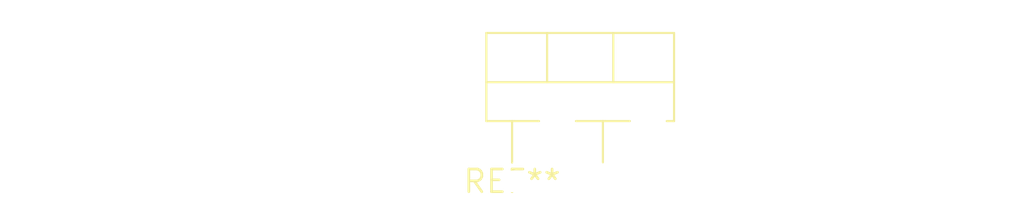
<source format=kicad_pcb>
(kicad_pcb (version 20240108) (generator pcbnew)
  (layers (0 "F.Cu" signal) (31 "B.Cu" signal) (34 "B.Paste" user) (35 "F.Paste" user) (36 "B.SilkS" user "B.Silkscreen") (37 "F.SilkS" user "F.Silkscreen") (38 "B.Mask" user) (39 "F.Mask" user) (44 "Edge.Cuts" user))
  (net 0 "")
  (footprint "TO-220F-4_P5.08x3.7mm_StaggerOdd_Lead3.5mm_Vertical" (layer "F.Cu") (at 0 0)
    (property "Reference" "REF**")
    (property "Value" "TO-220F-4_P5.08x3.7mm_StaggerOdd_Lead3.5mm_Vertical")
    (fp_line (start -1.44 -8.32) (end -1.44 -3.379) (layer "F.SilkS") (stroke (width 0.12)))
    (fp_line (start -1.44 -8.32) (end 9.06 -8.32) (layer "F.SilkS") (stroke (width 0.12)))
    (fp_line (start -1.44 -5.561) (end 9.06 -5.561) (layer "F.SilkS") (stroke (width 0.12)))
    (fp_line (start -1.44 -3.379) (end 1.509 -3.379) (layer "F.SilkS") (stroke (width 0.12)))
    (fp_line (start 0 -3.379) (end 0 -1.049) (layer "F.SilkS") (stroke (width 0.12)))
    (fp_line (start 1.96 -8.32) (end 1.96 -5.561) (layer "F.SilkS") (stroke (width 0.12)))
    (fp_line (start 3.572 -3.379) (end 6.589 -3.379) (layer "F.SilkS") (stroke (width 0.12)))
    (fp_line (start 5.08 -3.379) (end 5.08 -1.065) (layer "F.SilkS") (stroke (width 0.12)))
    (fp_line (start 5.66 -8.32) (end 5.66 -5.561) (layer "F.SilkS") (stroke (width 0.12)))
    (fp_line (start 8.652 -3.379) (end 9.06 -3.379) (layer "F.SilkS") (stroke (width 0.12)))
    (fp_line (start 9.06 -8.32) (end 9.06 -3.379) (layer "F.SilkS") (stroke (width 0.12)))
    (pad "1" thru_hole rect (at 0 0) (size 1.8 1.8) (drill 1.2) (layers *.Cu *.Mask) (remove_unused_layers))
    (pad "2" thru_hole oval (at 2.54 -3.7) (size 1.8 1.8) (drill 1.2) (layers *.Cu *.Mask) (remove_unused_layers))
    (pad "3" thru_hole oval (at 5.08 0) (size 1.8 1.8) (drill 1.2) (layers *.Cu *.Mask) (remove_unused_layers))
    (pad "4" thru_hole oval (at 7.62 -3.7) (size 1.8 1.8) (drill 1.2) (layers *.Cu *.Mask) (remove_unused_layers))
  )
)
</source>
